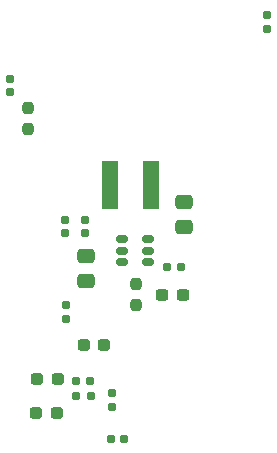
<source format=gbr>
%TF.GenerationSoftware,KiCad,Pcbnew,8.0.8*%
%TF.CreationDate,2025-03-07T18:47:05-08:00*%
%TF.ProjectId,ROCKETRY Camera PCB,524f434b-4554-4525-9920-43616d657261,Rev2.3*%
%TF.SameCoordinates,Original*%
%TF.FileFunction,Paste,Top*%
%TF.FilePolarity,Positive*%
%FSLAX46Y46*%
G04 Gerber Fmt 4.6, Leading zero omitted, Abs format (unit mm)*
G04 Created by KiCad (PCBNEW 8.0.8) date 2025-03-07 18:47:05*
%MOMM*%
%LPD*%
G01*
G04 APERTURE LIST*
G04 Aperture macros list*
%AMRoundRect*
0 Rectangle with rounded corners*
0 $1 Rounding radius*
0 $2 $3 $4 $5 $6 $7 $8 $9 X,Y pos of 4 corners*
0 Add a 4 corners polygon primitive as box body*
4,1,4,$2,$3,$4,$5,$6,$7,$8,$9,$2,$3,0*
0 Add four circle primitives for the rounded corners*
1,1,$1+$1,$2,$3*
1,1,$1+$1,$4,$5*
1,1,$1+$1,$6,$7*
1,1,$1+$1,$8,$9*
0 Add four rect primitives between the rounded corners*
20,1,$1+$1,$2,$3,$4,$5,0*
20,1,$1+$1,$4,$5,$6,$7,0*
20,1,$1+$1,$6,$7,$8,$9,0*
20,1,$1+$1,$8,$9,$2,$3,0*%
G04 Aperture macros list end*
%ADD10RoundRect,0.175000X-0.325000X0.175000X-0.325000X-0.175000X0.325000X-0.175000X0.325000X0.175000X0*%
%ADD11RoundRect,0.237500X-0.237500X0.250000X-0.237500X-0.250000X0.237500X-0.250000X0.237500X0.250000X0*%
%ADD12RoundRect,0.160000X-0.160000X0.197500X-0.160000X-0.197500X0.160000X-0.197500X0.160000X0.197500X0*%
%ADD13RoundRect,0.155000X0.155000X-0.212500X0.155000X0.212500X-0.155000X0.212500X-0.155000X-0.212500X0*%
%ADD14RoundRect,0.237500X0.300000X0.237500X-0.300000X0.237500X-0.300000X-0.237500X0.300000X-0.237500X0*%
%ADD15RoundRect,0.237500X-0.287500X-0.237500X0.287500X-0.237500X0.287500X0.237500X-0.287500X0.237500X0*%
%ADD16RoundRect,0.155000X-0.212500X-0.155000X0.212500X-0.155000X0.212500X0.155000X-0.212500X0.155000X0*%
%ADD17RoundRect,0.160000X0.197500X0.160000X-0.197500X0.160000X-0.197500X-0.160000X0.197500X-0.160000X0*%
%ADD18RoundRect,0.237500X0.287500X0.237500X-0.287500X0.237500X-0.287500X-0.237500X0.287500X-0.237500X0*%
%ADD19RoundRect,0.155000X-0.155000X0.212500X-0.155000X-0.212500X0.155000X-0.212500X0.155000X0.212500X0*%
%ADD20RoundRect,0.250000X-0.475000X0.337500X-0.475000X-0.337500X0.475000X-0.337500X0.475000X0.337500X0*%
%ADD21RoundRect,0.250000X0.475000X-0.337500X0.475000X0.337500X-0.475000X0.337500X-0.475000X-0.337500X0*%
%ADD22R,1.365000X4.070000*%
G04 APERTURE END LIST*
D10*
%TO.C,U2*%
X113820000Y-93490000D03*
X113820000Y-94490000D03*
X113820000Y-95490000D03*
X116020000Y-93490000D03*
X116020000Y-94490000D03*
X116020000Y-95490000D03*
%TD*%
D11*
%TO.C,R3*%
X115040000Y-97297500D03*
X115040000Y-99122500D03*
%TD*%
D12*
%TO.C,R5*%
X113000000Y-106502500D03*
X113000000Y-107697500D03*
%TD*%
D11*
%TO.C,R8*%
X105918000Y-82399500D03*
X105918000Y-84224500D03*
%TD*%
D13*
%TO.C,C1*%
X126100000Y-75700000D03*
X126100000Y-74565000D03*
%TD*%
D14*
%TO.C,C4*%
X119002500Y-98220000D03*
X117277500Y-98220000D03*
%TD*%
D15*
%TO.C,D2*%
X106593000Y-108221000D03*
X108343000Y-108221000D03*
%TD*%
%TO.C,D3*%
X106693000Y-105396000D03*
X108443000Y-105396000D03*
%TD*%
D16*
%TO.C,C5*%
X112932500Y-110400000D03*
X114067500Y-110400000D03*
%TD*%
D12*
%TO.C,R1*%
X109100000Y-99100000D03*
X109100000Y-100295000D03*
%TD*%
D17*
%TO.C,R4*%
X111200000Y-106800000D03*
X110005000Y-106800000D03*
%TD*%
%TO.C,R7*%
X111165500Y-105496000D03*
X109970500Y-105496000D03*
%TD*%
D18*
%TO.C,D1*%
X112375000Y-102500000D03*
X110625000Y-102500000D03*
%TD*%
D19*
%TO.C,C8*%
X110770000Y-91865000D03*
X110770000Y-93000000D03*
%TD*%
%TO.C,C6*%
X109000000Y-93030000D03*
X109000000Y-91895000D03*
%TD*%
D20*
%TO.C,C3*%
X119100000Y-90382500D03*
X119100000Y-92457500D03*
%TD*%
D21*
%TO.C,C2*%
X110800000Y-97037500D03*
X110800000Y-94962500D03*
%TD*%
D17*
%TO.C,R2*%
X118847500Y-95850000D03*
X117652500Y-95850000D03*
%TD*%
D13*
%TO.C,C7*%
X104400000Y-81067500D03*
X104400000Y-79932500D03*
%TD*%
D22*
%TO.C,L1*%
X116350000Y-88940000D03*
X112822500Y-88925000D03*
%TD*%
M02*

</source>
